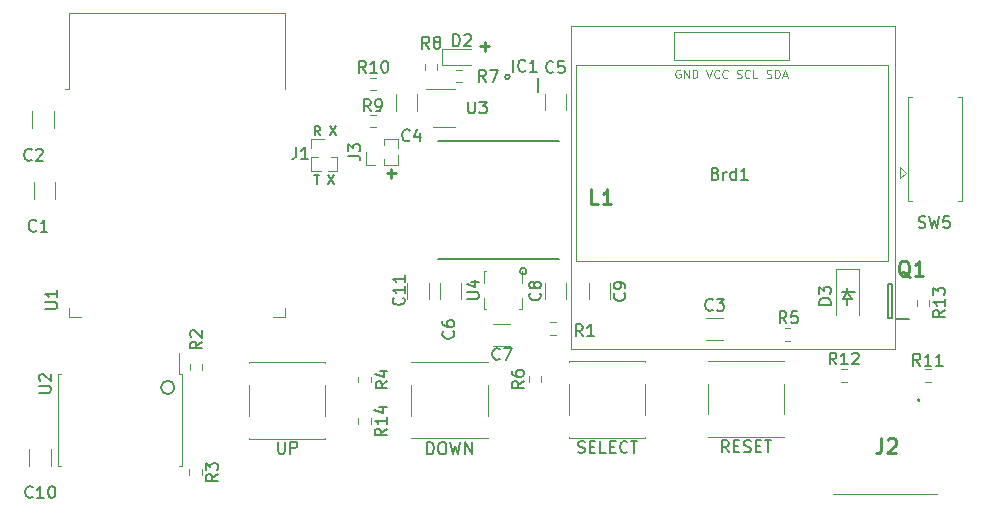
<source format=gbr>
%TF.GenerationSoftware,KiCad,Pcbnew,5.1.8-db9833491~87~ubuntu20.04.1*%
%TF.CreationDate,2020-11-29T19:52:32+05:30*%
%TF.ProjectId,esp_2fa_board_design,6573705f-3266-4615-9f62-6f6172645f64,v01*%
%TF.SameCoordinates,Original*%
%TF.FileFunction,Legend,Top*%
%TF.FilePolarity,Positive*%
%FSLAX46Y46*%
G04 Gerber Fmt 4.6, Leading zero omitted, Abs format (unit mm)*
G04 Created by KiCad (PCBNEW 5.1.8-db9833491~87~ubuntu20.04.1) date 2020-11-29 19:52:32*
%MOMM*%
%LPD*%
G01*
G04 APERTURE LIST*
%ADD10C,0.250000*%
%ADD11C,0.125000*%
%ADD12C,0.187500*%
%ADD13C,0.150000*%
%ADD14C,0.120000*%
%ADD15C,0.200000*%
%ADD16C,0.100000*%
%ADD17C,0.254000*%
G04 APERTURE END LIST*
D10*
X129590847Y-82875428D02*
X130352752Y-82875428D01*
X129971800Y-83256380D02*
X129971800Y-82494476D01*
D11*
X153861400Y-85525733D02*
X153961400Y-85559066D01*
X154128066Y-85559066D01*
X154194733Y-85525733D01*
X154228066Y-85492400D01*
X154261400Y-85425733D01*
X154261400Y-85359066D01*
X154228066Y-85292400D01*
X154194733Y-85259066D01*
X154128066Y-85225733D01*
X153994733Y-85192400D01*
X153928066Y-85159066D01*
X153894733Y-85125733D01*
X153861400Y-85059066D01*
X153861400Y-84992400D01*
X153894733Y-84925733D01*
X153928066Y-84892400D01*
X153994733Y-84859066D01*
X154161400Y-84859066D01*
X154261400Y-84892400D01*
X154561400Y-85559066D02*
X154561400Y-84859066D01*
X154728066Y-84859066D01*
X154828066Y-84892400D01*
X154894733Y-84959066D01*
X154928066Y-85025733D01*
X154961400Y-85159066D01*
X154961400Y-85259066D01*
X154928066Y-85392400D01*
X154894733Y-85459066D01*
X154828066Y-85525733D01*
X154728066Y-85559066D01*
X154561400Y-85559066D01*
X155228066Y-85359066D02*
X155561400Y-85359066D01*
X155161400Y-85559066D02*
X155394733Y-84859066D01*
X155628066Y-85559066D01*
X151338066Y-85525733D02*
X151438066Y-85559066D01*
X151604733Y-85559066D01*
X151671400Y-85525733D01*
X151704733Y-85492400D01*
X151738066Y-85425733D01*
X151738066Y-85359066D01*
X151704733Y-85292400D01*
X151671400Y-85259066D01*
X151604733Y-85225733D01*
X151471400Y-85192400D01*
X151404733Y-85159066D01*
X151371400Y-85125733D01*
X151338066Y-85059066D01*
X151338066Y-84992400D01*
X151371400Y-84925733D01*
X151404733Y-84892400D01*
X151471400Y-84859066D01*
X151638066Y-84859066D01*
X151738066Y-84892400D01*
X152438066Y-85492400D02*
X152404733Y-85525733D01*
X152304733Y-85559066D01*
X152238066Y-85559066D01*
X152138066Y-85525733D01*
X152071400Y-85459066D01*
X152038066Y-85392400D01*
X152004733Y-85259066D01*
X152004733Y-85159066D01*
X152038066Y-85025733D01*
X152071400Y-84959066D01*
X152138066Y-84892400D01*
X152238066Y-84859066D01*
X152304733Y-84859066D01*
X152404733Y-84892400D01*
X152438066Y-84925733D01*
X153071400Y-85559066D02*
X152738066Y-85559066D01*
X152738066Y-84859066D01*
X148748866Y-84859066D02*
X148982200Y-85559066D01*
X149215533Y-84859066D01*
X149848866Y-85492400D02*
X149815533Y-85525733D01*
X149715533Y-85559066D01*
X149648866Y-85559066D01*
X149548866Y-85525733D01*
X149482200Y-85459066D01*
X149448866Y-85392400D01*
X149415533Y-85259066D01*
X149415533Y-85159066D01*
X149448866Y-85025733D01*
X149482200Y-84959066D01*
X149548866Y-84892400D01*
X149648866Y-84859066D01*
X149715533Y-84859066D01*
X149815533Y-84892400D01*
X149848866Y-84925733D01*
X150548866Y-85492400D02*
X150515533Y-85525733D01*
X150415533Y-85559066D01*
X150348866Y-85559066D01*
X150248866Y-85525733D01*
X150182200Y-85459066D01*
X150148866Y-85392400D01*
X150115533Y-85259066D01*
X150115533Y-85159066D01*
X150148866Y-85025733D01*
X150182200Y-84959066D01*
X150248866Y-84892400D01*
X150348866Y-84859066D01*
X150415533Y-84859066D01*
X150515533Y-84892400D01*
X150548866Y-84925733D01*
X146532666Y-84867000D02*
X146466000Y-84833666D01*
X146366000Y-84833666D01*
X146266000Y-84867000D01*
X146199333Y-84933666D01*
X146166000Y-85000333D01*
X146132666Y-85133666D01*
X146132666Y-85233666D01*
X146166000Y-85367000D01*
X146199333Y-85433666D01*
X146266000Y-85500333D01*
X146366000Y-85533666D01*
X146432666Y-85533666D01*
X146532666Y-85500333D01*
X146566000Y-85467000D01*
X146566000Y-85233666D01*
X146432666Y-85233666D01*
X146866000Y-85533666D02*
X146866000Y-84833666D01*
X147266000Y-85533666D01*
X147266000Y-84833666D01*
X147599333Y-85533666D02*
X147599333Y-84833666D01*
X147766000Y-84833666D01*
X147866000Y-84867000D01*
X147932666Y-84933666D01*
X147966000Y-85000333D01*
X147999333Y-85133666D01*
X147999333Y-85233666D01*
X147966000Y-85367000D01*
X147932666Y-85433666D01*
X147866000Y-85500333D01*
X147766000Y-85533666D01*
X147599333Y-85533666D01*
D10*
X121691447Y-93619628D02*
X122453352Y-93619628D01*
X122072400Y-94000580D02*
X122072400Y-93238676D01*
D12*
X115542857Y-93747085D02*
X115971428Y-93747085D01*
X115757142Y-94497085D02*
X115757142Y-93747085D01*
X116721428Y-93747085D02*
X117221428Y-94497085D01*
X117221428Y-93747085D02*
X116721428Y-94497085D01*
X116039285Y-90382285D02*
X115789285Y-90025142D01*
X115610714Y-90382285D02*
X115610714Y-89632285D01*
X115896428Y-89632285D01*
X115967857Y-89668000D01*
X116003571Y-89703714D01*
X116039285Y-89775142D01*
X116039285Y-89882285D01*
X116003571Y-89953714D01*
X115967857Y-89989428D01*
X115896428Y-90025142D01*
X115610714Y-90025142D01*
X116860714Y-89632285D02*
X117360714Y-90382285D01*
X117360714Y-89632285D02*
X116860714Y-90382285D01*
D13*
X132100000Y-85450000D02*
G75*
G03*
X132100000Y-85450000I-200000J0D01*
G01*
X133532843Y-101900000D02*
G75*
G03*
X133532843Y-101900000I-282843J0D01*
G01*
X103720088Y-111750000D02*
G75*
G03*
X103720088Y-111750000I-570088J0D01*
G01*
X160700000Y-104750000D02*
X160700000Y-104250000D01*
X160700000Y-103700000D02*
X160700000Y-103300000D01*
X160350000Y-104250000D02*
X161050000Y-104250000D01*
X160700000Y-103700000D02*
X160350000Y-104250000D01*
X161100000Y-104250000D02*
X160700000Y-103700000D01*
X161300000Y-103650000D02*
X160200000Y-103650000D01*
D14*
%TO.C,C11*%
X123415000Y-102863748D02*
X123415000Y-104286252D01*
X125235000Y-102863748D02*
X125235000Y-104286252D01*
%TO.C,U4*%
X133110000Y-101860000D02*
X133110000Y-102865000D01*
X133110000Y-105110000D02*
X132880000Y-105110000D01*
X133110000Y-104135000D02*
X133110000Y-105110000D01*
X129890000Y-104135000D02*
X129890000Y-105110000D01*
X130120000Y-105110000D02*
X129890000Y-105110000D01*
X129890000Y-101890000D02*
X129890000Y-102865000D01*
X130120000Y-101890000D02*
X129890000Y-101890000D01*
%TO.C,Brd1*%
X137300000Y-81150000D02*
X164700000Y-81150000D01*
X164700000Y-81150000D02*
X164700000Y-108450000D01*
X164700000Y-108450000D02*
X137300000Y-108450000D01*
X137300000Y-108450000D02*
X137300000Y-81150000D01*
X160822000Y-101045000D02*
X137722000Y-101045000D01*
X137722000Y-101045000D02*
X137722000Y-84445000D01*
X137722000Y-84445000D02*
X160822000Y-84445000D01*
X146001000Y-81639000D02*
X155780000Y-81639000D01*
X155780000Y-81639000D02*
X155780000Y-84052000D01*
X155780000Y-84052000D02*
X146001000Y-84052000D01*
X146001000Y-81639000D02*
X146001000Y-84052000D01*
X160822000Y-84445000D02*
X163908000Y-84445000D01*
X160822000Y-101045000D02*
X164162000Y-101070000D01*
X164162000Y-101070000D02*
X164162000Y-84433000D01*
X164162000Y-84433000D02*
X163908000Y-84445000D01*
%TO.C,J1*%
X115290000Y-93415000D02*
X116092470Y-93415000D01*
X116707530Y-93415000D02*
X117510000Y-93415000D01*
X115290000Y-92210000D02*
X115290000Y-93415000D01*
X117510000Y-92210000D02*
X117510000Y-93415000D01*
X115290000Y-92210000D02*
X115836529Y-92210000D01*
X116963471Y-92210000D02*
X117510000Y-92210000D01*
X115290000Y-91450000D02*
X115290000Y-90690000D01*
X115290000Y-90690000D02*
X116400000Y-90690000D01*
%TO.C,J3*%
X119920000Y-92910000D02*
X119920000Y-91800000D01*
X120680000Y-92910000D02*
X119920000Y-92910000D01*
X121440000Y-91236529D02*
X121440000Y-90690000D01*
X121440000Y-92910000D02*
X121440000Y-92363471D01*
X121440000Y-90690000D02*
X122645000Y-90690000D01*
X121440000Y-92910000D02*
X122645000Y-92910000D01*
X122645000Y-91492470D02*
X122645000Y-90690000D01*
X122645000Y-92910000D02*
X122645000Y-92107530D01*
%TO.C,SW5*%
X165140000Y-93050000D02*
X165140000Y-94050000D01*
X165640000Y-93550000D02*
X165140000Y-93050000D01*
X165140000Y-94050000D02*
X165640000Y-93550000D01*
X170360000Y-87140000D02*
X170050000Y-87140000D01*
X170360000Y-95960000D02*
X170050000Y-95960000D01*
X166150000Y-95960000D02*
X165840000Y-95960000D01*
X170360000Y-87140000D02*
X170360000Y-95960000D01*
X165840000Y-87140000D02*
X166150000Y-87140000D01*
X165840000Y-95960000D02*
X165840000Y-87140000D01*
%TO.C,C10*%
X91440000Y-116963748D02*
X91440000Y-118386252D01*
X93260000Y-116963748D02*
X93260000Y-118386252D01*
%TO.C,C2*%
X93510000Y-88363748D02*
X93510000Y-89786252D01*
X91690000Y-88363748D02*
X91690000Y-89786252D01*
%TO.C,C1*%
X91790000Y-95786252D02*
X91790000Y-94363748D01*
X93610000Y-95786252D02*
X93610000Y-94363748D01*
%TO.C,C3*%
X150136252Y-105890000D02*
X148713748Y-105890000D01*
X150136252Y-107710000D02*
X148713748Y-107710000D01*
%TO.C,C4*%
X122440000Y-86913748D02*
X122440000Y-88336252D01*
X124260000Y-86913748D02*
X124260000Y-88336252D01*
%TO.C,C5*%
X136910000Y-86863748D02*
X136910000Y-88286252D01*
X135090000Y-86863748D02*
X135090000Y-88286252D01*
%TO.C,C6*%
X128010000Y-102863748D02*
X128010000Y-104286252D01*
X126190000Y-102863748D02*
X126190000Y-104286252D01*
%TO.C,C7*%
X132136252Y-108210000D02*
X130713748Y-108210000D01*
X132136252Y-106390000D02*
X130713748Y-106390000D01*
%TO.C,C8*%
X135090000Y-102863748D02*
X135090000Y-104286252D01*
X136910000Y-102863748D02*
X136910000Y-104286252D01*
%TO.C,C9*%
X140610000Y-102863748D02*
X140610000Y-104286252D01*
X138790000Y-102863748D02*
X138790000Y-104286252D01*
%TO.C,D2*%
X128837500Y-83115000D02*
X126352500Y-83115000D01*
X126352500Y-83115000D02*
X126352500Y-84485000D01*
X126352500Y-84485000D02*
X128837500Y-84485000D01*
%TO.C,D3*%
X161700000Y-101750000D02*
X161700000Y-105650000D01*
X159700000Y-101750000D02*
X159700000Y-105650000D01*
X161700000Y-101750000D02*
X159700000Y-101750000D01*
D15*
%TO.C,IC1*%
X134500000Y-85550000D02*
X134500000Y-86750000D01*
D16*
%TO.C,J2*%
X159510000Y-120800000D02*
X168300000Y-120800000D01*
D15*
X166730000Y-112900000D02*
X166730000Y-112900000D01*
X166730000Y-112700000D02*
X166730000Y-112700000D01*
X166730000Y-112700000D02*
G75*
G02*
X166730000Y-112900000I0J-100000D01*
G01*
X166730000Y-112900000D02*
G75*
G02*
X166730000Y-112700000I0J100000D01*
G01*
%TO.C,L1*%
X136250000Y-90850000D02*
X126050000Y-90850000D01*
X126050000Y-100850000D02*
X136250000Y-100850000D01*
%TO.C,Q1*%
X164450000Y-105850000D02*
X164150000Y-105850000D01*
X164150000Y-105850000D02*
X164150000Y-102950000D01*
X164150000Y-102950000D02*
X164450000Y-102950000D01*
X164450000Y-102950000D02*
X164450000Y-105850000D01*
X165900000Y-105935000D02*
X164800000Y-105935000D01*
D14*
%TO.C,R1*%
X136012258Y-107272500D02*
X135537742Y-107272500D01*
X136012258Y-106227500D02*
X135537742Y-106227500D01*
%TO.C,R2*%
X106072500Y-109787742D02*
X106072500Y-110262258D01*
X105027500Y-109787742D02*
X105027500Y-110262258D01*
%TO.C,R3*%
X104977500Y-118687742D02*
X104977500Y-119162258D01*
X106022500Y-118687742D02*
X106022500Y-119162258D01*
%TO.C,R4*%
X120322500Y-111312258D02*
X120322500Y-110837742D01*
X119277500Y-111312258D02*
X119277500Y-110837742D01*
%TO.C,R5*%
X155862258Y-107797500D02*
X155387742Y-107797500D01*
X155862258Y-106752500D02*
X155387742Y-106752500D01*
%TO.C,R6*%
X134772500Y-111287258D02*
X134772500Y-110812742D01*
X133727500Y-111287258D02*
X133727500Y-110812742D01*
%TO.C,R7*%
X127587742Y-84877500D02*
X128062258Y-84877500D01*
X127587742Y-85922500D02*
X128062258Y-85922500D01*
%TO.C,R8*%
X125972500Y-84862258D02*
X125972500Y-84387742D01*
X124927500Y-84862258D02*
X124927500Y-84387742D01*
%TO.C,R9*%
X120762258Y-89722500D02*
X120287742Y-89722500D01*
X120762258Y-88677500D02*
X120287742Y-88677500D01*
%TO.C,R10*%
X120287742Y-86572500D02*
X120762258Y-86572500D01*
X120287742Y-85527500D02*
X120762258Y-85527500D01*
%TO.C,R11*%
X167737258Y-110202500D02*
X167262742Y-110202500D01*
X167737258Y-111247500D02*
X167262742Y-111247500D01*
%TO.C,R12*%
X160187742Y-110202500D02*
X160662258Y-110202500D01*
X160187742Y-111247500D02*
X160662258Y-111247500D01*
%TO.C,R13*%
X167622500Y-104812258D02*
X167622500Y-104337742D01*
X166577500Y-104812258D02*
X166577500Y-104337742D01*
%TO.C,R14*%
X120322500Y-114362742D02*
X120322500Y-114837258D01*
X119277500Y-114362742D02*
X119277500Y-114837258D01*
%TO.C,UP*%
X110045000Y-116080000D02*
X110045000Y-116050000D01*
X110045000Y-109620000D02*
X110045000Y-109650000D01*
X116505000Y-109620000D02*
X116505000Y-109650000D01*
X116505000Y-116050000D02*
X116505000Y-116080000D01*
X110045000Y-114150000D02*
X110045000Y-111550000D01*
X116505000Y-116080000D02*
X110045000Y-116080000D01*
X116505000Y-114150000D02*
X116505000Y-111550000D01*
X116505000Y-109620000D02*
X110045000Y-109620000D01*
%TO.C,DOWN*%
X123770000Y-116055000D02*
X130230000Y-116055000D01*
X123770000Y-111525000D02*
X123770000Y-114125000D01*
X123770000Y-109595000D02*
X130230000Y-109595000D01*
X130230000Y-111525000D02*
X130230000Y-114125000D01*
X123770000Y-109625000D02*
X123770000Y-109595000D01*
X123770000Y-116055000D02*
X123770000Y-116025000D01*
X130230000Y-116055000D02*
X130230000Y-116025000D01*
X130230000Y-109595000D02*
X130230000Y-109625000D01*
%TO.C,SELECT*%
X137120000Y-116005000D02*
X137120000Y-115975000D01*
X137120000Y-109545000D02*
X137120000Y-109575000D01*
X143580000Y-109545000D02*
X143580000Y-109575000D01*
X143580000Y-115975000D02*
X143580000Y-116005000D01*
X137120000Y-114075000D02*
X137120000Y-111475000D01*
X143580000Y-116005000D02*
X137120000Y-116005000D01*
X143580000Y-114075000D02*
X143580000Y-111475000D01*
X143580000Y-109545000D02*
X137120000Y-109545000D01*
%TO.C,RESET*%
X155330000Y-109495000D02*
X148870000Y-109495000D01*
X155330000Y-114025000D02*
X155330000Y-111425000D01*
X155330000Y-115955000D02*
X148870000Y-115955000D01*
X148870000Y-114025000D02*
X148870000Y-111425000D01*
X155330000Y-115925000D02*
X155330000Y-115955000D01*
X155330000Y-109495000D02*
X155330000Y-109525000D01*
X148870000Y-109495000D02*
X148870000Y-109525000D01*
X148870000Y-115955000D02*
X148870000Y-115925000D01*
%TO.C,U1*%
X94830000Y-105000000D02*
X94830000Y-105780000D01*
X94830000Y-105780000D02*
X95830000Y-105780000D01*
X113070000Y-105000000D02*
X113070000Y-105780000D01*
X113070000Y-105780000D02*
X112070000Y-105780000D01*
X94830000Y-80035000D02*
X113070000Y-80035000D01*
X113070000Y-80035000D02*
X113070000Y-86455000D01*
X94830000Y-80035000D02*
X94830000Y-86455000D01*
X94830000Y-86455000D02*
X94450000Y-86455000D01*
%TO.C,U2*%
X104105000Y-110640000D02*
X104105000Y-108825000D01*
X104360000Y-110640000D02*
X104105000Y-110640000D01*
X104360000Y-114500000D02*
X104360000Y-110640000D01*
X104360000Y-118360000D02*
X104105000Y-118360000D01*
X104360000Y-114500000D02*
X104360000Y-118360000D01*
X93840000Y-110640000D02*
X94095000Y-110640000D01*
X93840000Y-114500000D02*
X93840000Y-110640000D01*
X93840000Y-118360000D02*
X94095000Y-118360000D01*
X93840000Y-114500000D02*
X93840000Y-118360000D01*
%TO.C,U3*%
X127450000Y-86440000D02*
X125000000Y-86440000D01*
X125650000Y-89660000D02*
X127450000Y-89660000D01*
%TO.C,C11*%
D13*
X123102642Y-104147857D02*
X123150261Y-104195476D01*
X123197880Y-104338333D01*
X123197880Y-104433571D01*
X123150261Y-104576428D01*
X123055023Y-104671666D01*
X122959785Y-104719285D01*
X122769309Y-104766904D01*
X122626452Y-104766904D01*
X122435976Y-104719285D01*
X122340738Y-104671666D01*
X122245500Y-104576428D01*
X122197880Y-104433571D01*
X122197880Y-104338333D01*
X122245500Y-104195476D01*
X122293119Y-104147857D01*
X123197880Y-103195476D02*
X123197880Y-103766904D01*
X123197880Y-103481190D02*
X122197880Y-103481190D01*
X122340738Y-103576428D01*
X122435976Y-103671666D01*
X122483595Y-103766904D01*
X123197880Y-102243095D02*
X123197880Y-102814523D01*
X123197880Y-102528809D02*
X122197880Y-102528809D01*
X122340738Y-102624047D01*
X122435976Y-102719285D01*
X122483595Y-102814523D01*
%TO.C,U4*%
X128502380Y-104261904D02*
X129311904Y-104261904D01*
X129407142Y-104214285D01*
X129454761Y-104166666D01*
X129502380Y-104071428D01*
X129502380Y-103880952D01*
X129454761Y-103785714D01*
X129407142Y-103738095D01*
X129311904Y-103690476D01*
X128502380Y-103690476D01*
X128835714Y-102785714D02*
X129502380Y-102785714D01*
X128454761Y-103023809D02*
X129169047Y-103261904D01*
X129169047Y-102642857D01*
%TO.C,Brd1*%
X149533333Y-93632571D02*
X149676190Y-93680190D01*
X149723809Y-93727809D01*
X149771428Y-93823047D01*
X149771428Y-93965904D01*
X149723809Y-94061142D01*
X149676190Y-94108761D01*
X149580952Y-94156380D01*
X149200000Y-94156380D01*
X149200000Y-93156380D01*
X149533333Y-93156380D01*
X149628571Y-93204000D01*
X149676190Y-93251619D01*
X149723809Y-93346857D01*
X149723809Y-93442095D01*
X149676190Y-93537333D01*
X149628571Y-93584952D01*
X149533333Y-93632571D01*
X149200000Y-93632571D01*
X150200000Y-94156380D02*
X150200000Y-93489714D01*
X150200000Y-93680190D02*
X150247619Y-93584952D01*
X150295238Y-93537333D01*
X150390476Y-93489714D01*
X150485714Y-93489714D01*
X151247619Y-94156380D02*
X151247619Y-93156380D01*
X151247619Y-94108761D02*
X151152380Y-94156380D01*
X150961904Y-94156380D01*
X150866666Y-94108761D01*
X150819047Y-94061142D01*
X150771428Y-93965904D01*
X150771428Y-93680190D01*
X150819047Y-93584952D01*
X150866666Y-93537333D01*
X150961904Y-93489714D01*
X151152380Y-93489714D01*
X151247619Y-93537333D01*
X152247619Y-94156380D02*
X151676190Y-94156380D01*
X151961904Y-94156380D02*
X151961904Y-93156380D01*
X151866666Y-93299238D01*
X151771428Y-93394476D01*
X151676190Y-93442095D01*
%TO.C,J1*%
X114016666Y-91402380D02*
X114016666Y-92116666D01*
X113969047Y-92259523D01*
X113873809Y-92354761D01*
X113730952Y-92402380D01*
X113635714Y-92402380D01*
X115016666Y-92402380D02*
X114445238Y-92402380D01*
X114730952Y-92402380D02*
X114730952Y-91402380D01*
X114635714Y-91545238D01*
X114540476Y-91640476D01*
X114445238Y-91688095D01*
%TO.C,J3*%
X118437380Y-92133333D02*
X119151666Y-92133333D01*
X119294523Y-92180952D01*
X119389761Y-92276190D01*
X119437380Y-92419047D01*
X119437380Y-92514285D01*
X118437380Y-91752380D02*
X118437380Y-91133333D01*
X118818333Y-91466666D01*
X118818333Y-91323809D01*
X118865952Y-91228571D01*
X118913571Y-91180952D01*
X119008809Y-91133333D01*
X119246904Y-91133333D01*
X119342142Y-91180952D01*
X119389761Y-91228571D01*
X119437380Y-91323809D01*
X119437380Y-91609523D01*
X119389761Y-91704761D01*
X119342142Y-91752380D01*
%TO.C,SW5*%
X166716666Y-98204761D02*
X166859523Y-98252380D01*
X167097619Y-98252380D01*
X167192857Y-98204761D01*
X167240476Y-98157142D01*
X167288095Y-98061904D01*
X167288095Y-97966666D01*
X167240476Y-97871428D01*
X167192857Y-97823809D01*
X167097619Y-97776190D01*
X166907142Y-97728571D01*
X166811904Y-97680952D01*
X166764285Y-97633333D01*
X166716666Y-97538095D01*
X166716666Y-97442857D01*
X166764285Y-97347619D01*
X166811904Y-97300000D01*
X166907142Y-97252380D01*
X167145238Y-97252380D01*
X167288095Y-97300000D01*
X167621428Y-97252380D02*
X167859523Y-98252380D01*
X168050000Y-97538095D01*
X168240476Y-98252380D01*
X168478571Y-97252380D01*
X169335714Y-97252380D02*
X168859523Y-97252380D01*
X168811904Y-97728571D01*
X168859523Y-97680952D01*
X168954761Y-97633333D01*
X169192857Y-97633333D01*
X169288095Y-97680952D01*
X169335714Y-97728571D01*
X169383333Y-97823809D01*
X169383333Y-98061904D01*
X169335714Y-98157142D01*
X169288095Y-98204761D01*
X169192857Y-98252380D01*
X168954761Y-98252380D01*
X168859523Y-98204761D01*
X168811904Y-98157142D01*
%TO.C,C10*%
X91707142Y-121007142D02*
X91659523Y-121054761D01*
X91516666Y-121102380D01*
X91421428Y-121102380D01*
X91278571Y-121054761D01*
X91183333Y-120959523D01*
X91135714Y-120864285D01*
X91088095Y-120673809D01*
X91088095Y-120530952D01*
X91135714Y-120340476D01*
X91183333Y-120245238D01*
X91278571Y-120150000D01*
X91421428Y-120102380D01*
X91516666Y-120102380D01*
X91659523Y-120150000D01*
X91707142Y-120197619D01*
X92659523Y-121102380D02*
X92088095Y-121102380D01*
X92373809Y-121102380D02*
X92373809Y-120102380D01*
X92278571Y-120245238D01*
X92183333Y-120340476D01*
X92088095Y-120388095D01*
X93278571Y-120102380D02*
X93373809Y-120102380D01*
X93469047Y-120150000D01*
X93516666Y-120197619D01*
X93564285Y-120292857D01*
X93611904Y-120483333D01*
X93611904Y-120721428D01*
X93564285Y-120911904D01*
X93516666Y-121007142D01*
X93469047Y-121054761D01*
X93373809Y-121102380D01*
X93278571Y-121102380D01*
X93183333Y-121054761D01*
X93135714Y-121007142D01*
X93088095Y-120911904D01*
X93040476Y-120721428D01*
X93040476Y-120483333D01*
X93088095Y-120292857D01*
X93135714Y-120197619D01*
X93183333Y-120150000D01*
X93278571Y-120102380D01*
%TO.C,C2*%
X91628933Y-92457142D02*
X91581314Y-92504761D01*
X91438457Y-92552380D01*
X91343219Y-92552380D01*
X91200361Y-92504761D01*
X91105123Y-92409523D01*
X91057504Y-92314285D01*
X91009885Y-92123809D01*
X91009885Y-91980952D01*
X91057504Y-91790476D01*
X91105123Y-91695238D01*
X91200361Y-91600000D01*
X91343219Y-91552380D01*
X91438457Y-91552380D01*
X91581314Y-91600000D01*
X91628933Y-91647619D01*
X92009885Y-91647619D02*
X92057504Y-91600000D01*
X92152742Y-91552380D01*
X92390838Y-91552380D01*
X92486076Y-91600000D01*
X92533695Y-91647619D01*
X92581314Y-91742857D01*
X92581314Y-91838095D01*
X92533695Y-91980952D01*
X91962266Y-92552380D01*
X92581314Y-92552380D01*
%TO.C,C1*%
X92009933Y-98451942D02*
X91962314Y-98499561D01*
X91819457Y-98547180D01*
X91724219Y-98547180D01*
X91581361Y-98499561D01*
X91486123Y-98404323D01*
X91438504Y-98309085D01*
X91390885Y-98118609D01*
X91390885Y-97975752D01*
X91438504Y-97785276D01*
X91486123Y-97690038D01*
X91581361Y-97594800D01*
X91724219Y-97547180D01*
X91819457Y-97547180D01*
X91962314Y-97594800D01*
X92009933Y-97642419D01*
X92962314Y-98547180D02*
X92390885Y-98547180D01*
X92676600Y-98547180D02*
X92676600Y-97547180D01*
X92581361Y-97690038D01*
X92486123Y-97785276D01*
X92390885Y-97832895D01*
%TO.C,C3*%
X149283333Y-105157142D02*
X149235714Y-105204761D01*
X149092857Y-105252380D01*
X148997619Y-105252380D01*
X148854761Y-105204761D01*
X148759523Y-105109523D01*
X148711904Y-105014285D01*
X148664285Y-104823809D01*
X148664285Y-104680952D01*
X148711904Y-104490476D01*
X148759523Y-104395238D01*
X148854761Y-104300000D01*
X148997619Y-104252380D01*
X149092857Y-104252380D01*
X149235714Y-104300000D01*
X149283333Y-104347619D01*
X149616666Y-104252380D02*
X150235714Y-104252380D01*
X149902380Y-104633333D01*
X150045238Y-104633333D01*
X150140476Y-104680952D01*
X150188095Y-104728571D01*
X150235714Y-104823809D01*
X150235714Y-105061904D01*
X150188095Y-105157142D01*
X150140476Y-105204761D01*
X150045238Y-105252380D01*
X149759523Y-105252380D01*
X149664285Y-105204761D01*
X149616666Y-105157142D01*
%TO.C,C4*%
X123633333Y-90807142D02*
X123585714Y-90854761D01*
X123442857Y-90902380D01*
X123347619Y-90902380D01*
X123204761Y-90854761D01*
X123109523Y-90759523D01*
X123061904Y-90664285D01*
X123014285Y-90473809D01*
X123014285Y-90330952D01*
X123061904Y-90140476D01*
X123109523Y-90045238D01*
X123204761Y-89950000D01*
X123347619Y-89902380D01*
X123442857Y-89902380D01*
X123585714Y-89950000D01*
X123633333Y-89997619D01*
X124490476Y-90235714D02*
X124490476Y-90902380D01*
X124252380Y-89854761D02*
X124014285Y-90569047D01*
X124633333Y-90569047D01*
%TO.C,C5*%
X135799533Y-85015342D02*
X135751914Y-85062961D01*
X135609057Y-85110580D01*
X135513819Y-85110580D01*
X135370961Y-85062961D01*
X135275723Y-84967723D01*
X135228104Y-84872485D01*
X135180485Y-84682009D01*
X135180485Y-84539152D01*
X135228104Y-84348676D01*
X135275723Y-84253438D01*
X135370961Y-84158200D01*
X135513819Y-84110580D01*
X135609057Y-84110580D01*
X135751914Y-84158200D01*
X135799533Y-84205819D01*
X136704295Y-84110580D02*
X136228104Y-84110580D01*
X136180485Y-84586771D01*
X136228104Y-84539152D01*
X136323342Y-84491533D01*
X136561438Y-84491533D01*
X136656676Y-84539152D01*
X136704295Y-84586771D01*
X136751914Y-84682009D01*
X136751914Y-84920104D01*
X136704295Y-85015342D01*
X136656676Y-85062961D01*
X136561438Y-85110580D01*
X136323342Y-85110580D01*
X136228104Y-85062961D01*
X136180485Y-85015342D01*
%TO.C,C6*%
X127307142Y-106991666D02*
X127354761Y-107039285D01*
X127402380Y-107182142D01*
X127402380Y-107277380D01*
X127354761Y-107420238D01*
X127259523Y-107515476D01*
X127164285Y-107563095D01*
X126973809Y-107610714D01*
X126830952Y-107610714D01*
X126640476Y-107563095D01*
X126545238Y-107515476D01*
X126450000Y-107420238D01*
X126402380Y-107277380D01*
X126402380Y-107182142D01*
X126450000Y-107039285D01*
X126497619Y-106991666D01*
X126402380Y-106134523D02*
X126402380Y-106325000D01*
X126450000Y-106420238D01*
X126497619Y-106467857D01*
X126640476Y-106563095D01*
X126830952Y-106610714D01*
X127211904Y-106610714D01*
X127307142Y-106563095D01*
X127354761Y-106515476D01*
X127402380Y-106420238D01*
X127402380Y-106229761D01*
X127354761Y-106134523D01*
X127307142Y-106086904D01*
X127211904Y-106039285D01*
X126973809Y-106039285D01*
X126878571Y-106086904D01*
X126830952Y-106134523D01*
X126783333Y-106229761D01*
X126783333Y-106420238D01*
X126830952Y-106515476D01*
X126878571Y-106563095D01*
X126973809Y-106610714D01*
%TO.C,C7*%
X131258333Y-109332142D02*
X131210714Y-109379761D01*
X131067857Y-109427380D01*
X130972619Y-109427380D01*
X130829761Y-109379761D01*
X130734523Y-109284523D01*
X130686904Y-109189285D01*
X130639285Y-108998809D01*
X130639285Y-108855952D01*
X130686904Y-108665476D01*
X130734523Y-108570238D01*
X130829761Y-108475000D01*
X130972619Y-108427380D01*
X131067857Y-108427380D01*
X131210714Y-108475000D01*
X131258333Y-108522619D01*
X131591666Y-108427380D02*
X132258333Y-108427380D01*
X131829761Y-109427380D01*
%TO.C,C8*%
X134646942Y-103747866D02*
X134694561Y-103795485D01*
X134742180Y-103938342D01*
X134742180Y-104033580D01*
X134694561Y-104176438D01*
X134599323Y-104271676D01*
X134504085Y-104319295D01*
X134313609Y-104366914D01*
X134170752Y-104366914D01*
X133980276Y-104319295D01*
X133885038Y-104271676D01*
X133789800Y-104176438D01*
X133742180Y-104033580D01*
X133742180Y-103938342D01*
X133789800Y-103795485D01*
X133837419Y-103747866D01*
X134170752Y-103176438D02*
X134123133Y-103271676D01*
X134075514Y-103319295D01*
X133980276Y-103366914D01*
X133932657Y-103366914D01*
X133837419Y-103319295D01*
X133789800Y-103271676D01*
X133742180Y-103176438D01*
X133742180Y-102985961D01*
X133789800Y-102890723D01*
X133837419Y-102843104D01*
X133932657Y-102795485D01*
X133980276Y-102795485D01*
X134075514Y-102843104D01*
X134123133Y-102890723D01*
X134170752Y-102985961D01*
X134170752Y-103176438D01*
X134218371Y-103271676D01*
X134265990Y-103319295D01*
X134361228Y-103366914D01*
X134551704Y-103366914D01*
X134646942Y-103319295D01*
X134694561Y-103271676D01*
X134742180Y-103176438D01*
X134742180Y-102985961D01*
X134694561Y-102890723D01*
X134646942Y-102843104D01*
X134551704Y-102795485D01*
X134361228Y-102795485D01*
X134265990Y-102843104D01*
X134218371Y-102890723D01*
X134170752Y-102985961D01*
%TO.C,C9*%
X141809742Y-103773266D02*
X141857361Y-103820885D01*
X141904980Y-103963742D01*
X141904980Y-104058980D01*
X141857361Y-104201838D01*
X141762123Y-104297076D01*
X141666885Y-104344695D01*
X141476409Y-104392314D01*
X141333552Y-104392314D01*
X141143076Y-104344695D01*
X141047838Y-104297076D01*
X140952600Y-104201838D01*
X140904980Y-104058980D01*
X140904980Y-103963742D01*
X140952600Y-103820885D01*
X141000219Y-103773266D01*
X141904980Y-103297076D02*
X141904980Y-103106600D01*
X141857361Y-103011361D01*
X141809742Y-102963742D01*
X141666885Y-102868504D01*
X141476409Y-102820885D01*
X141095457Y-102820885D01*
X141000219Y-102868504D01*
X140952600Y-102916123D01*
X140904980Y-103011361D01*
X140904980Y-103201838D01*
X140952600Y-103297076D01*
X141000219Y-103344695D01*
X141095457Y-103392314D01*
X141333552Y-103392314D01*
X141428790Y-103344695D01*
X141476409Y-103297076D01*
X141524028Y-103201838D01*
X141524028Y-103011361D01*
X141476409Y-102916123D01*
X141428790Y-102868504D01*
X141333552Y-102820885D01*
%TO.C,D2*%
X127311904Y-82852380D02*
X127311904Y-81852380D01*
X127550000Y-81852380D01*
X127692857Y-81900000D01*
X127788095Y-81995238D01*
X127835714Y-82090476D01*
X127883333Y-82280952D01*
X127883333Y-82423809D01*
X127835714Y-82614285D01*
X127788095Y-82709523D01*
X127692857Y-82804761D01*
X127550000Y-82852380D01*
X127311904Y-82852380D01*
X128264285Y-81947619D02*
X128311904Y-81900000D01*
X128407142Y-81852380D01*
X128645238Y-81852380D01*
X128740476Y-81900000D01*
X128788095Y-81947619D01*
X128835714Y-82042857D01*
X128835714Y-82138095D01*
X128788095Y-82280952D01*
X128216666Y-82852380D01*
X128835714Y-82852380D01*
%TO.C,D3*%
X159302380Y-104738095D02*
X158302380Y-104738095D01*
X158302380Y-104500000D01*
X158350000Y-104357142D01*
X158445238Y-104261904D01*
X158540476Y-104214285D01*
X158730952Y-104166666D01*
X158873809Y-104166666D01*
X159064285Y-104214285D01*
X159159523Y-104261904D01*
X159254761Y-104357142D01*
X159302380Y-104500000D01*
X159302380Y-104738095D01*
X158302380Y-103833333D02*
X158302380Y-103214285D01*
X158683333Y-103547619D01*
X158683333Y-103404761D01*
X158730952Y-103309523D01*
X158778571Y-103261904D01*
X158873809Y-103214285D01*
X159111904Y-103214285D01*
X159207142Y-103261904D01*
X159254761Y-103309523D01*
X159302380Y-103404761D01*
X159302380Y-103690476D01*
X159254761Y-103785714D01*
X159207142Y-103833333D01*
%TO.C,IC1*%
D15*
X132373809Y-85002380D02*
X132373809Y-84002380D01*
X133421428Y-84907142D02*
X133373809Y-84954761D01*
X133230952Y-85002380D01*
X133135714Y-85002380D01*
X132992857Y-84954761D01*
X132897619Y-84859523D01*
X132850000Y-84764285D01*
X132802380Y-84573809D01*
X132802380Y-84430952D01*
X132850000Y-84240476D01*
X132897619Y-84145238D01*
X132992857Y-84050000D01*
X133135714Y-84002380D01*
X133230952Y-84002380D01*
X133373809Y-84050000D01*
X133421428Y-84097619D01*
X134373809Y-85002380D02*
X133802380Y-85002380D01*
X134088095Y-85002380D02*
X134088095Y-84002380D01*
X133992857Y-84145238D01*
X133897619Y-84240476D01*
X133802380Y-84288095D01*
%TO.C,J2*%
D17*
X163556666Y-116054523D02*
X163556666Y-116961666D01*
X163496190Y-117143095D01*
X163375238Y-117264047D01*
X163193809Y-117324523D01*
X163072857Y-117324523D01*
X164100952Y-116175476D02*
X164161428Y-116115000D01*
X164282380Y-116054523D01*
X164584761Y-116054523D01*
X164705714Y-116115000D01*
X164766190Y-116175476D01*
X164826666Y-116296428D01*
X164826666Y-116417380D01*
X164766190Y-116598809D01*
X164040476Y-117324523D01*
X164826666Y-117324523D01*
%TO.C,L1*%
X139615333Y-96256323D02*
X139010571Y-96256323D01*
X139010571Y-94986323D01*
X140703904Y-96256323D02*
X139978190Y-96256323D01*
X140341047Y-96256323D02*
X140341047Y-94986323D01*
X140220095Y-95167752D01*
X140099142Y-95288704D01*
X139978190Y-95349180D01*
%TO.C,Q1*%
X165979047Y-102395476D02*
X165858095Y-102335000D01*
X165737142Y-102214047D01*
X165555714Y-102032619D01*
X165434761Y-101972142D01*
X165313809Y-101972142D01*
X165374285Y-102274523D02*
X165253333Y-102214047D01*
X165132380Y-102093095D01*
X165071904Y-101851190D01*
X165071904Y-101427857D01*
X165132380Y-101185952D01*
X165253333Y-101065000D01*
X165374285Y-101004523D01*
X165616190Y-101004523D01*
X165737142Y-101065000D01*
X165858095Y-101185952D01*
X165918571Y-101427857D01*
X165918571Y-101851190D01*
X165858095Y-102093095D01*
X165737142Y-102214047D01*
X165616190Y-102274523D01*
X165374285Y-102274523D01*
X167128095Y-102274523D02*
X166402380Y-102274523D01*
X166765238Y-102274523D02*
X166765238Y-101004523D01*
X166644285Y-101185952D01*
X166523333Y-101306904D01*
X166402380Y-101367380D01*
%TO.C,R1*%
D13*
X138283333Y-107411780D02*
X137950000Y-106935590D01*
X137711904Y-107411780D02*
X137711904Y-106411780D01*
X138092857Y-106411780D01*
X138188095Y-106459400D01*
X138235714Y-106507019D01*
X138283333Y-106602257D01*
X138283333Y-106745114D01*
X138235714Y-106840352D01*
X138188095Y-106887971D01*
X138092857Y-106935590D01*
X137711904Y-106935590D01*
X139235714Y-107411780D02*
X138664285Y-107411780D01*
X138950000Y-107411780D02*
X138950000Y-106411780D01*
X138854761Y-106554638D01*
X138759523Y-106649876D01*
X138664285Y-106697495D01*
%TO.C,R2*%
X106052380Y-107866666D02*
X105576190Y-108200000D01*
X106052380Y-108438095D02*
X105052380Y-108438095D01*
X105052380Y-108057142D01*
X105100000Y-107961904D01*
X105147619Y-107914285D01*
X105242857Y-107866666D01*
X105385714Y-107866666D01*
X105480952Y-107914285D01*
X105528571Y-107961904D01*
X105576190Y-108057142D01*
X105576190Y-108438095D01*
X105147619Y-107485714D02*
X105100000Y-107438095D01*
X105052380Y-107342857D01*
X105052380Y-107104761D01*
X105100000Y-107009523D01*
X105147619Y-106961904D01*
X105242857Y-106914285D01*
X105338095Y-106914285D01*
X105480952Y-106961904D01*
X106052380Y-107533333D01*
X106052380Y-106914285D01*
%TO.C,R3*%
X107382380Y-119091666D02*
X106906190Y-119425000D01*
X107382380Y-119663095D02*
X106382380Y-119663095D01*
X106382380Y-119282142D01*
X106430000Y-119186904D01*
X106477619Y-119139285D01*
X106572857Y-119091666D01*
X106715714Y-119091666D01*
X106810952Y-119139285D01*
X106858571Y-119186904D01*
X106906190Y-119282142D01*
X106906190Y-119663095D01*
X106382380Y-118758333D02*
X106382380Y-118139285D01*
X106763333Y-118472619D01*
X106763333Y-118329761D01*
X106810952Y-118234523D01*
X106858571Y-118186904D01*
X106953809Y-118139285D01*
X107191904Y-118139285D01*
X107287142Y-118186904D01*
X107334761Y-118234523D01*
X107382380Y-118329761D01*
X107382380Y-118615476D01*
X107334761Y-118710714D01*
X107287142Y-118758333D01*
%TO.C,R4*%
X121752380Y-111241666D02*
X121276190Y-111575000D01*
X121752380Y-111813095D02*
X120752380Y-111813095D01*
X120752380Y-111432142D01*
X120800000Y-111336904D01*
X120847619Y-111289285D01*
X120942857Y-111241666D01*
X121085714Y-111241666D01*
X121180952Y-111289285D01*
X121228571Y-111336904D01*
X121276190Y-111432142D01*
X121276190Y-111813095D01*
X121085714Y-110384523D02*
X121752380Y-110384523D01*
X120704761Y-110622619D02*
X121419047Y-110860714D01*
X121419047Y-110241666D01*
%TO.C,R5*%
X155533333Y-106302380D02*
X155200000Y-105826190D01*
X154961904Y-106302380D02*
X154961904Y-105302380D01*
X155342857Y-105302380D01*
X155438095Y-105350000D01*
X155485714Y-105397619D01*
X155533333Y-105492857D01*
X155533333Y-105635714D01*
X155485714Y-105730952D01*
X155438095Y-105778571D01*
X155342857Y-105826190D01*
X154961904Y-105826190D01*
X156438095Y-105302380D02*
X155961904Y-105302380D01*
X155914285Y-105778571D01*
X155961904Y-105730952D01*
X156057142Y-105683333D01*
X156295238Y-105683333D01*
X156390476Y-105730952D01*
X156438095Y-105778571D01*
X156485714Y-105873809D01*
X156485714Y-106111904D01*
X156438095Y-106207142D01*
X156390476Y-106254761D01*
X156295238Y-106302380D01*
X156057142Y-106302380D01*
X155961904Y-106254761D01*
X155914285Y-106207142D01*
%TO.C,R6*%
X133272380Y-111216666D02*
X132796190Y-111550000D01*
X133272380Y-111788095D02*
X132272380Y-111788095D01*
X132272380Y-111407142D01*
X132320000Y-111311904D01*
X132367619Y-111264285D01*
X132462857Y-111216666D01*
X132605714Y-111216666D01*
X132700952Y-111264285D01*
X132748571Y-111311904D01*
X132796190Y-111407142D01*
X132796190Y-111788095D01*
X132272380Y-110359523D02*
X132272380Y-110550000D01*
X132320000Y-110645238D01*
X132367619Y-110692857D01*
X132510476Y-110788095D01*
X132700952Y-110835714D01*
X133081904Y-110835714D01*
X133177142Y-110788095D01*
X133224761Y-110740476D01*
X133272380Y-110645238D01*
X133272380Y-110454761D01*
X133224761Y-110359523D01*
X133177142Y-110311904D01*
X133081904Y-110264285D01*
X132843809Y-110264285D01*
X132748571Y-110311904D01*
X132700952Y-110359523D01*
X132653333Y-110454761D01*
X132653333Y-110645238D01*
X132700952Y-110740476D01*
X132748571Y-110788095D01*
X132843809Y-110835714D01*
%TO.C,R7*%
X130083333Y-85852380D02*
X129750000Y-85376190D01*
X129511904Y-85852380D02*
X129511904Y-84852380D01*
X129892857Y-84852380D01*
X129988095Y-84900000D01*
X130035714Y-84947619D01*
X130083333Y-85042857D01*
X130083333Y-85185714D01*
X130035714Y-85280952D01*
X129988095Y-85328571D01*
X129892857Y-85376190D01*
X129511904Y-85376190D01*
X130416666Y-84852380D02*
X131083333Y-84852380D01*
X130654761Y-85852380D01*
%TO.C,R8*%
X125283333Y-83052380D02*
X124950000Y-82576190D01*
X124711904Y-83052380D02*
X124711904Y-82052380D01*
X125092857Y-82052380D01*
X125188095Y-82100000D01*
X125235714Y-82147619D01*
X125283333Y-82242857D01*
X125283333Y-82385714D01*
X125235714Y-82480952D01*
X125188095Y-82528571D01*
X125092857Y-82576190D01*
X124711904Y-82576190D01*
X125854761Y-82480952D02*
X125759523Y-82433333D01*
X125711904Y-82385714D01*
X125664285Y-82290476D01*
X125664285Y-82242857D01*
X125711904Y-82147619D01*
X125759523Y-82100000D01*
X125854761Y-82052380D01*
X126045238Y-82052380D01*
X126140476Y-82100000D01*
X126188095Y-82147619D01*
X126235714Y-82242857D01*
X126235714Y-82290476D01*
X126188095Y-82385714D01*
X126140476Y-82433333D01*
X126045238Y-82480952D01*
X125854761Y-82480952D01*
X125759523Y-82528571D01*
X125711904Y-82576190D01*
X125664285Y-82671428D01*
X125664285Y-82861904D01*
X125711904Y-82957142D01*
X125759523Y-83004761D01*
X125854761Y-83052380D01*
X126045238Y-83052380D01*
X126140476Y-83004761D01*
X126188095Y-82957142D01*
X126235714Y-82861904D01*
X126235714Y-82671428D01*
X126188095Y-82576190D01*
X126140476Y-82528571D01*
X126045238Y-82480952D01*
%TO.C,R9*%
X120333333Y-88352380D02*
X120000000Y-87876190D01*
X119761904Y-88352380D02*
X119761904Y-87352380D01*
X120142857Y-87352380D01*
X120238095Y-87400000D01*
X120285714Y-87447619D01*
X120333333Y-87542857D01*
X120333333Y-87685714D01*
X120285714Y-87780952D01*
X120238095Y-87828571D01*
X120142857Y-87876190D01*
X119761904Y-87876190D01*
X120809523Y-88352380D02*
X121000000Y-88352380D01*
X121095238Y-88304761D01*
X121142857Y-88257142D01*
X121238095Y-88114285D01*
X121285714Y-87923809D01*
X121285714Y-87542857D01*
X121238095Y-87447619D01*
X121190476Y-87400000D01*
X121095238Y-87352380D01*
X120904761Y-87352380D01*
X120809523Y-87400000D01*
X120761904Y-87447619D01*
X120714285Y-87542857D01*
X120714285Y-87780952D01*
X120761904Y-87876190D01*
X120809523Y-87923809D01*
X120904761Y-87971428D01*
X121095238Y-87971428D01*
X121190476Y-87923809D01*
X121238095Y-87876190D01*
X121285714Y-87780952D01*
%TO.C,R10*%
X119907142Y-85102380D02*
X119573809Y-84626190D01*
X119335714Y-85102380D02*
X119335714Y-84102380D01*
X119716666Y-84102380D01*
X119811904Y-84150000D01*
X119859523Y-84197619D01*
X119907142Y-84292857D01*
X119907142Y-84435714D01*
X119859523Y-84530952D01*
X119811904Y-84578571D01*
X119716666Y-84626190D01*
X119335714Y-84626190D01*
X120859523Y-85102380D02*
X120288095Y-85102380D01*
X120573809Y-85102380D02*
X120573809Y-84102380D01*
X120478571Y-84245238D01*
X120383333Y-84340476D01*
X120288095Y-84388095D01*
X121478571Y-84102380D02*
X121573809Y-84102380D01*
X121669047Y-84150000D01*
X121716666Y-84197619D01*
X121764285Y-84292857D01*
X121811904Y-84483333D01*
X121811904Y-84721428D01*
X121764285Y-84911904D01*
X121716666Y-85007142D01*
X121669047Y-85054761D01*
X121573809Y-85102380D01*
X121478571Y-85102380D01*
X121383333Y-85054761D01*
X121335714Y-85007142D01*
X121288095Y-84911904D01*
X121240476Y-84721428D01*
X121240476Y-84483333D01*
X121288095Y-84292857D01*
X121335714Y-84197619D01*
X121383333Y-84150000D01*
X121478571Y-84102380D01*
%TO.C,R11*%
X166857142Y-109902380D02*
X166523809Y-109426190D01*
X166285714Y-109902380D02*
X166285714Y-108902380D01*
X166666666Y-108902380D01*
X166761904Y-108950000D01*
X166809523Y-108997619D01*
X166857142Y-109092857D01*
X166857142Y-109235714D01*
X166809523Y-109330952D01*
X166761904Y-109378571D01*
X166666666Y-109426190D01*
X166285714Y-109426190D01*
X167809523Y-109902380D02*
X167238095Y-109902380D01*
X167523809Y-109902380D02*
X167523809Y-108902380D01*
X167428571Y-109045238D01*
X167333333Y-109140476D01*
X167238095Y-109188095D01*
X168761904Y-109902380D02*
X168190476Y-109902380D01*
X168476190Y-109902380D02*
X168476190Y-108902380D01*
X168380952Y-109045238D01*
X168285714Y-109140476D01*
X168190476Y-109188095D01*
%TO.C,R12*%
X159757142Y-109802380D02*
X159423809Y-109326190D01*
X159185714Y-109802380D02*
X159185714Y-108802380D01*
X159566666Y-108802380D01*
X159661904Y-108850000D01*
X159709523Y-108897619D01*
X159757142Y-108992857D01*
X159757142Y-109135714D01*
X159709523Y-109230952D01*
X159661904Y-109278571D01*
X159566666Y-109326190D01*
X159185714Y-109326190D01*
X160709523Y-109802380D02*
X160138095Y-109802380D01*
X160423809Y-109802380D02*
X160423809Y-108802380D01*
X160328571Y-108945238D01*
X160233333Y-109040476D01*
X160138095Y-109088095D01*
X161090476Y-108897619D02*
X161138095Y-108850000D01*
X161233333Y-108802380D01*
X161471428Y-108802380D01*
X161566666Y-108850000D01*
X161614285Y-108897619D01*
X161661904Y-108992857D01*
X161661904Y-109088095D01*
X161614285Y-109230952D01*
X161042857Y-109802380D01*
X161661904Y-109802380D01*
%TO.C,R13*%
X168952380Y-105192857D02*
X168476190Y-105526190D01*
X168952380Y-105764285D02*
X167952380Y-105764285D01*
X167952380Y-105383333D01*
X168000000Y-105288095D01*
X168047619Y-105240476D01*
X168142857Y-105192857D01*
X168285714Y-105192857D01*
X168380952Y-105240476D01*
X168428571Y-105288095D01*
X168476190Y-105383333D01*
X168476190Y-105764285D01*
X168952380Y-104240476D02*
X168952380Y-104811904D01*
X168952380Y-104526190D02*
X167952380Y-104526190D01*
X168095238Y-104621428D01*
X168190476Y-104716666D01*
X168238095Y-104811904D01*
X167952380Y-103907142D02*
X167952380Y-103288095D01*
X168333333Y-103621428D01*
X168333333Y-103478571D01*
X168380952Y-103383333D01*
X168428571Y-103335714D01*
X168523809Y-103288095D01*
X168761904Y-103288095D01*
X168857142Y-103335714D01*
X168904761Y-103383333D01*
X168952380Y-103478571D01*
X168952380Y-103764285D01*
X168904761Y-103859523D01*
X168857142Y-103907142D01*
%TO.C,R14*%
X121682380Y-115242857D02*
X121206190Y-115576190D01*
X121682380Y-115814285D02*
X120682380Y-115814285D01*
X120682380Y-115433333D01*
X120730000Y-115338095D01*
X120777619Y-115290476D01*
X120872857Y-115242857D01*
X121015714Y-115242857D01*
X121110952Y-115290476D01*
X121158571Y-115338095D01*
X121206190Y-115433333D01*
X121206190Y-115814285D01*
X121682380Y-114290476D02*
X121682380Y-114861904D01*
X121682380Y-114576190D02*
X120682380Y-114576190D01*
X120825238Y-114671428D01*
X120920476Y-114766666D01*
X120968095Y-114861904D01*
X121015714Y-113433333D02*
X121682380Y-113433333D01*
X120634761Y-113671428D02*
X121349047Y-113909523D01*
X121349047Y-113290476D01*
%TO.C,UP*%
X112489285Y-116352380D02*
X112489285Y-117161904D01*
X112536904Y-117257142D01*
X112584523Y-117304761D01*
X112679761Y-117352380D01*
X112870238Y-117352380D01*
X112965476Y-117304761D01*
X113013095Y-117257142D01*
X113060714Y-117161904D01*
X113060714Y-116352380D01*
X113536904Y-117352380D02*
X113536904Y-116352380D01*
X113917857Y-116352380D01*
X114013095Y-116400000D01*
X114060714Y-116447619D01*
X114108333Y-116542857D01*
X114108333Y-116685714D01*
X114060714Y-116780952D01*
X114013095Y-116828571D01*
X113917857Y-116876190D01*
X113536904Y-116876190D01*
%TO.C,DOWN*%
X125119047Y-117402380D02*
X125119047Y-116402380D01*
X125357142Y-116402380D01*
X125500000Y-116450000D01*
X125595238Y-116545238D01*
X125642857Y-116640476D01*
X125690476Y-116830952D01*
X125690476Y-116973809D01*
X125642857Y-117164285D01*
X125595238Y-117259523D01*
X125500000Y-117354761D01*
X125357142Y-117402380D01*
X125119047Y-117402380D01*
X126309523Y-116402380D02*
X126500000Y-116402380D01*
X126595238Y-116450000D01*
X126690476Y-116545238D01*
X126738095Y-116735714D01*
X126738095Y-117069047D01*
X126690476Y-117259523D01*
X126595238Y-117354761D01*
X126500000Y-117402380D01*
X126309523Y-117402380D01*
X126214285Y-117354761D01*
X126119047Y-117259523D01*
X126071428Y-117069047D01*
X126071428Y-116735714D01*
X126119047Y-116545238D01*
X126214285Y-116450000D01*
X126309523Y-116402380D01*
X127071428Y-116402380D02*
X127309523Y-117402380D01*
X127500000Y-116688095D01*
X127690476Y-117402380D01*
X127928571Y-116402380D01*
X128309523Y-117402380D02*
X128309523Y-116402380D01*
X128880952Y-117402380D01*
X128880952Y-116402380D01*
%TO.C,SELECT*%
X137873809Y-117229761D02*
X138016666Y-117277380D01*
X138254761Y-117277380D01*
X138350000Y-117229761D01*
X138397619Y-117182142D01*
X138445238Y-117086904D01*
X138445238Y-116991666D01*
X138397619Y-116896428D01*
X138350000Y-116848809D01*
X138254761Y-116801190D01*
X138064285Y-116753571D01*
X137969047Y-116705952D01*
X137921428Y-116658333D01*
X137873809Y-116563095D01*
X137873809Y-116467857D01*
X137921428Y-116372619D01*
X137969047Y-116325000D01*
X138064285Y-116277380D01*
X138302380Y-116277380D01*
X138445238Y-116325000D01*
X138873809Y-116753571D02*
X139207142Y-116753571D01*
X139350000Y-117277380D02*
X138873809Y-117277380D01*
X138873809Y-116277380D01*
X139350000Y-116277380D01*
X140254761Y-117277380D02*
X139778571Y-117277380D01*
X139778571Y-116277380D01*
X140588095Y-116753571D02*
X140921428Y-116753571D01*
X141064285Y-117277380D02*
X140588095Y-117277380D01*
X140588095Y-116277380D01*
X141064285Y-116277380D01*
X142064285Y-117182142D02*
X142016666Y-117229761D01*
X141873809Y-117277380D01*
X141778571Y-117277380D01*
X141635714Y-117229761D01*
X141540476Y-117134523D01*
X141492857Y-117039285D01*
X141445238Y-116848809D01*
X141445238Y-116705952D01*
X141492857Y-116515476D01*
X141540476Y-116420238D01*
X141635714Y-116325000D01*
X141778571Y-116277380D01*
X141873809Y-116277380D01*
X142016666Y-116325000D01*
X142064285Y-116372619D01*
X142350000Y-116277380D02*
X142921428Y-116277380D01*
X142635714Y-117277380D02*
X142635714Y-116277380D01*
%TO.C,RESET*%
X150647619Y-117227380D02*
X150314285Y-116751190D01*
X150076190Y-117227380D02*
X150076190Y-116227380D01*
X150457142Y-116227380D01*
X150552380Y-116275000D01*
X150600000Y-116322619D01*
X150647619Y-116417857D01*
X150647619Y-116560714D01*
X150600000Y-116655952D01*
X150552380Y-116703571D01*
X150457142Y-116751190D01*
X150076190Y-116751190D01*
X151076190Y-116703571D02*
X151409523Y-116703571D01*
X151552380Y-117227380D02*
X151076190Y-117227380D01*
X151076190Y-116227380D01*
X151552380Y-116227380D01*
X151933333Y-117179761D02*
X152076190Y-117227380D01*
X152314285Y-117227380D01*
X152409523Y-117179761D01*
X152457142Y-117132142D01*
X152504761Y-117036904D01*
X152504761Y-116941666D01*
X152457142Y-116846428D01*
X152409523Y-116798809D01*
X152314285Y-116751190D01*
X152123809Y-116703571D01*
X152028571Y-116655952D01*
X151980952Y-116608333D01*
X151933333Y-116513095D01*
X151933333Y-116417857D01*
X151980952Y-116322619D01*
X152028571Y-116275000D01*
X152123809Y-116227380D01*
X152361904Y-116227380D01*
X152504761Y-116275000D01*
X152933333Y-116703571D02*
X153266666Y-116703571D01*
X153409523Y-117227380D02*
X152933333Y-117227380D01*
X152933333Y-116227380D01*
X153409523Y-116227380D01*
X153695238Y-116227380D02*
X154266666Y-116227380D01*
X153980952Y-117227380D02*
X153980952Y-116227380D01*
%TO.C,U1*%
X92792380Y-105091904D02*
X93601904Y-105091904D01*
X93697142Y-105044285D01*
X93744761Y-104996666D01*
X93792380Y-104901428D01*
X93792380Y-104710952D01*
X93744761Y-104615714D01*
X93697142Y-104568095D01*
X93601904Y-104520476D01*
X92792380Y-104520476D01*
X93792380Y-103520476D02*
X93792380Y-104091904D01*
X93792380Y-103806190D02*
X92792380Y-103806190D01*
X92935238Y-103901428D01*
X93030476Y-103996666D01*
X93078095Y-104091904D01*
%TO.C,U2*%
X92263980Y-112191704D02*
X93073504Y-112191704D01*
X93168742Y-112144085D01*
X93216361Y-112096466D01*
X93263980Y-112001228D01*
X93263980Y-111810752D01*
X93216361Y-111715514D01*
X93168742Y-111667895D01*
X93073504Y-111620276D01*
X92263980Y-111620276D01*
X92359219Y-111191704D02*
X92311600Y-111144085D01*
X92263980Y-111048847D01*
X92263980Y-110810752D01*
X92311600Y-110715514D01*
X92359219Y-110667895D01*
X92454457Y-110620276D01*
X92549695Y-110620276D01*
X92692552Y-110667895D01*
X93263980Y-111239323D01*
X93263980Y-110620276D01*
%TO.C,U3*%
X128588095Y-87552380D02*
X128588095Y-88361904D01*
X128635714Y-88457142D01*
X128683333Y-88504761D01*
X128778571Y-88552380D01*
X128969047Y-88552380D01*
X129064285Y-88504761D01*
X129111904Y-88457142D01*
X129159523Y-88361904D01*
X129159523Y-87552380D01*
X129540476Y-87552380D02*
X130159523Y-87552380D01*
X129826190Y-87933333D01*
X129969047Y-87933333D01*
X130064285Y-87980952D01*
X130111904Y-88028571D01*
X130159523Y-88123809D01*
X130159523Y-88361904D01*
X130111904Y-88457142D01*
X130064285Y-88504761D01*
X129969047Y-88552380D01*
X129683333Y-88552380D01*
X129588095Y-88504761D01*
X129540476Y-88457142D01*
%TD*%
M02*

</source>
